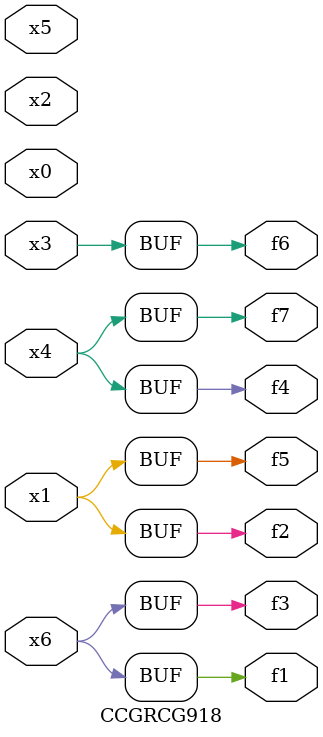
<source format=v>
module CCGRCG918(
	input x0, x1, x2, x3, x4, x5, x6,
	output f1, f2, f3, f4, f5, f6, f7
);
	assign f1 = x6;
	assign f2 = x1;
	assign f3 = x6;
	assign f4 = x4;
	assign f5 = x1;
	assign f6 = x3;
	assign f7 = x4;
endmodule

</source>
